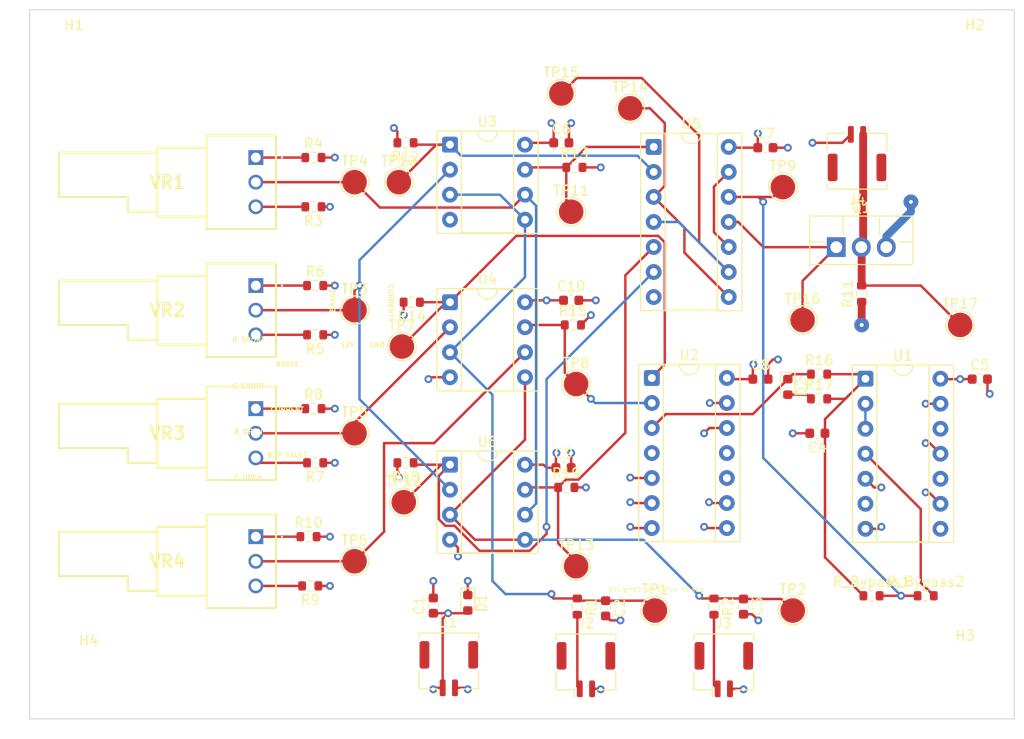
<source format=kicad_pcb>
(kicad_pcb (version 20241229) (generator "pcbnew") (generator_version "9.0")
  (layers (0 "F.Cu" jumper) (4 "In1.Cu" signal) (6 "In2.Cu" signal) (2 "B.Cu" signal) (13 "F.Paste" user) (15 "B.Paste" user) (5 "F.SilkS" user "F.Silkscreen") (7 "B.SilkS" user "B.Silkscreen") (1 "F.Mask" user) (3 "B.Mask" user) (25 "Edge.Cuts" user))
  (net 0 "")
  (net 1 "PEDAL")
  (net 2 "GND")
  (net 3 "Net-(C4-Pad1)")
  (net 4 "Net-(D2-A)")
  (net 5 "Net-(D2-K)")
  (net 6 "Net-(J2-Pin_1)")
  (net 7 "Net-(J3-Pin_1)")
  (net 8 "BSPD_FAULT")
  (net 9 "FAULT_SENSED")
  (net 10 "+12V")
  (net 11 "BRAKE")
  (net 12 "Net-(VR1-CW)")
  (net 13 "Net-(VR1-CCW)")
  (net 14 "Net-(VR2-CW)")
  (net 15 "Net-(VR2-CCW)")
  (net 16 "Net-(VR3-CW)")
  (net 17 "Net-(VR3-CCW)")
  (net 18 "Net-(VR4-CW)")
  (net 19 "Net-(VR4-CCW)")
  (net 20 "BRAKE_SHORT")
  (net 21 "BRAKE_OPEN")
  (net 22 "BRAKE_APPLIED")
  (net 23 "PEDAL_APPLIED")
  (net 24 "PEDAL_SHORT")
  (net 25 "PEDAL_OPEN")
  (net 26 "BOTH_ON")
  (net 27 "SHORT_CIRCUIT")
  (net 28 "OPEN_CIRCUIT")
  (net 29 "BRAKE_THRESHOLD")
  (net 30 "PEDAL_THRESHOLD")
  (net 31 "BRAKE_ERROR")
  (net 32 "PEDAL_ERROR")
  (net 37 "Net-(U1-Pad2)")
  (net 41 "Net-(U5-Pad10)")
  (net 42 "Net-(R_Bypass2-Pad2)")
  (footprint "Package_DIP:DIP-8_W7.62mm_Socket" (layer "F.Cu") (at 153.69 69.69)
    (property "Reference" "U4")
    (property "Value" "LM393")
  )
  (footprint "TestPoint:TestPoint_Pad_D2.5mm" (layer "F.Cu") (at 148.5 57.5)
    (property "Reference" "TP10")
    (property "Value" "B_SHORT")
  )
  (footprint "TestPoint:TestPoint_Pad_D2.5mm" (layer "F.Cu") (at 174.5 101)
    (property "Reference" "TP1")
    (property "Value" "BRAKE")
  )
  (footprint "Resistor_SMD:R_0603_1608Metric" (layer "F.Cu") (at 149.175 53.5 180)
    (property "Reference" "R12")
    (property "Value" "20k")
  )
  (footprint "Capacitor_SMD:C_0603_1608Metric" (layer "F.Cu") (at 185.725 54)
    (property "Reference" "C7")
    (property "Value" "0.1u")
  )
  (footprint "Capacitor_SMD:C_0603_1608Metric" (layer "F.Cu") (at 165.225 86.5)
    (property "Reference" "C9")
    (property "Value" "0.1u")
  )
  (footprint "MountingHole:MountingHole_3mm" (layer "F.Cu") (at 117 108)
    (property "Reference" "H4")
    (property "Value" "MH")
  )
  (footprint "TestPoint:TestPoint_Pad_D2.5mm" (layer "F.Cu") (at 165 48.5)
    (property "Reference" "TP15")
    (property "Value" "P_ERROR")
  )
  (footprint "Diode_SMD:D_0603_1608Metric" (layer "F.Cu") (at 155.5 100.2125 -90)
    (property "Reference" "D1")
    (property "Value" "D")
  )
  (footprint "Resistor_SMD:R_0603_1608Metric" (layer "F.Cu") (at 180.5 100.6 -90)
    (property "Reference" "R2")
    (property "Value" "1k")
  )
  (footprint "Resistor_SMD:R_0603_1608Metric" (layer "F.Cu") (at 166.175 72)
    (property "Reference" "R15")
    (property "Value" "20k")
  )
  (footprint "MountingHole:MountingHole_3mm" (layer "F.Cu") (at 206 107.5)
    (property "Reference" "H3")
    (property "Value" "MH")
  )
  (footprint "Capacitor_SMD:C_0603_1608Metric" (layer "F.Cu") (at 191 83 180)
    (property "Reference" "C4")
    (property "Value" "3.3u")
  )
  (footprint "Capacitor_SMD:C_0603_1608Metric" (layer "F.Cu") (at 169.5 100.775 -90)
    (property "Reference" "C2")
    (property "Value" "1n")
  )
  (footprint "Package_DIP:DIP-8_W7.62mm_Socket" (layer "F.Cu") (at 153.69 86.19)
    (property "Reference" "U6")
    (property "Value" "LM393")
  )
  (footprint "Potentiometer_THT:PTD9011015FB203" (layer "F.Cu") (at 133.975 93.5 180)
    (property "Reference" "VR4")
    (property "Value" "PTD901-1015F-B203" (hide yes))
  )
  (footprint "TestPoint:TestPoint_Pad_D2.5mm" (layer "F.Cu") (at 144 57.5)
    (property "Reference" "TP4")
    (property "Value" "OC")
  )
  (footprint "TestPoint:TestPoint_Pad_D2.5mm" (layer "F.Cu") (at 166 60.5)
    (property "Reference" "TP11")
    (property "Value" "B_OPEN")
  )
  (footprint "Capacitor_SMD:C_0603_1608Metric" (layer "F.Cu") (at 166 69.5)
    (property "Reference" "C10")
    (property "Value" "0.1u")
  )
  (footprint "TestPoint:TestPoint_Pad_D2.5mm" (layer "F.Cu") (at 172 50)
    (property "Reference" "TP14")
    (property "Value" "B_ERROR")
  )
  (footprint "Connector_Molex:Molex_CLIK-Mate_502382-0270_1x02-1MP_P1.25mm_Vertical" (layer "F.Cu") (at 195.025 54.6 180)
    (property "Reference" "J4")
    (property "Value" "Conn_01x02")
  )
  (footprint "MountingHole:MountingHole_3mm" (layer "F.Cu") (at 115.5 45.5)
    (property "Reference" "H1")
    (property "Value" "MH")
  )
  (footprint "TestPoint:TestPoint_Pad_D2.5mm" (layer "F.Cu") (at 187.5 58)
    (property "Reference" "TP9")
    (property "Value" "BOTH_ON")
  )
  (footprint "TestPoint:TestPoint_Pad_D2.5mm" (layer "F.Cu") (at 205.5 72)
    (property "Reference" "TP17")
    (property "Value" "BSPD_FAULT")
  )
  (footprint "TestPoint:TestPoint_Pad_D2.5mm" (layer "F.Cu") (at 189.5 71.5)
    (property "Reference" "TP16")
    (property "Value" "FAULT_SENSED")
  )
  (footprint "Resistor_SMD:R_0603_1608Metric" (layer "F.Cu") (at 149.81 69.69 180)
    (property "Reference" "R14")
    (property "Value" "20k")
  )
  (footprint "Connector_Molex:Molex_CLIK-Mate_502382-0270_1x02-1MP_P1.25mm_Vertical" (layer "F.Cu") (at 153.575 106.9)
    (property "Reference" "J1")
    (property "Value" "Conn_01x02")
  )
  (footprint "TestPoint:TestPoint_Pad_D2.5mm" (layer "F.Cu") (at 144 96)
    (property "Reference" "TP6")
    (property "Value" "PEDAL_TH")
  )
  (footprint "TestPoint:TestPoint_Pad_D2.5mm" (layer "F.Cu") (at 166.5 96.5)
    (property "Reference" "TP13")
    (property "Value" "P_OPEN")
  )
  (footprint "Resistor_SMD:R_0603_1608Metric" (layer "F.Cu") (at 195.5 68.825 90)
    (property "Reference" "R11")
    (property "Value" "10k")
  )
  (footprint "TestPoint:TestPoint_Pad_D2.5mm" (layer "F.Cu") (at 148.81 74.19)
    (property "Reference" "TP7")
    (property "Value" "B_APPLIED")
  )
  (footprint "Resistor_SMD:R_0603_1608Metric" (layer "F.Cu") (at 191.175 77)
    (property "Reference" "R16")
    (property "Value" "120k")
  )
  (footprint "Resistor_SMD:R_0603_1608Metric" (layer "F.Cu") (at 139.825 80.5)
    (property "Reference" "R8")
    (property "Value" "10K")
  )
  (footprint "Package_DIP:DIP-14_W7.62mm_Socket" (layer "F.Cu") (at 174.19 77.385)
    (property "Reference" "U2")
    (property "Value" "4081 AND Gate")
  )
  (footprint "MountingHole:MountingHole_3mm" (layer "F.Cu") (at 207 45.5)
    (property "Reference" "H2")
    (property "Value" "MH")
  )
  (footprint "Connector_Molex:Molex_CLIK-Mate_502382-0270_1x02-1MP_P1.25mm_Vertical" (layer "F.Cu") (at 167.5 107)
    (property "Reference" "J2")
    (property "Value" "Conn_01x02")
  )
  (footprint "TestPoint:TestPoint_Pad_D2.5mm" (layer "F.Cu") (at 144 83)
    (property "Reference" "TP5")
    (property "Value" "BRAKE_TH")
  )
  (footprint "Potentiometer_THT:PTD9011015FB203" (layer "F.Cu") (at 133.975 80.5 180)
    (property "Reference" "VR3")
    (property "Value" "PTD901-1015F-B203" (hide yes))
  )
  (footprint "Potentiometer_THT:PTD9011015FB203" (layer "F.Cu") (at 133.975 55 180)
    (property "Reference" "VR1")
    (property "Value" "PTD901-1015F-B203" (hide yes))
  )
  (footprint "Resistor_SMD:R_0603_1608Metric" (layer "F.Cu") (at 196.5 99.5)
    (property "Reference" "R_Bypass1")
    (property "Value" "0")
  )
  (footprint "Package_DIP:DIP-14_W7.62mm_Socket" (layer "F.Cu") (at 195.88 77.46)
    (property "Reference" "U1")
    (property "Value" "40106")
  )
  (footprint "Capacitor_SMD:C_0603_1608Metric" (layer "F.Cu") (at 185.225 77.5)
    (property "Reference" "C8")
    (property "Value" "0.1u")
  )
  (footprint "Resistor_SMD:R_0603_1608Metric" (layer "F.Cu") (at 165.5 88.5)
    (property "Reference" "R19")
    (property "Value" "20k")
  )
  (footprint "Resistor_SMD:R_0603_1608Metric" (layer "F.Cu") (at 191.175 79.5)
    (property "Reference" "R17")
    (property "Value" "1k")
  )
  (footprint "Potentiometer_THT:PTD9011015FB203" (layer "F.Cu") (at 133.975 68 180)
    (property "Reference" "VR2")
    (property "Value" "PTD901-1015F-B203" (hide yes))
  )
  (footprint "Resistor_SMD:R_0603_1608Metric" (layer "F.Cu") (at 140 68)
    (property "Reference" "R6")
    (property "Value" "10K")
  )
  (footprint "Connector_Molex:Molex_CLIK-Mate_502382-0270_1x02-1MP_P1.25mm_Vertical" (layer "F.Cu") (at 181.5 107)
    (property "Reference" "J3")
    (property "Value" "Conn_01x02")
  )
  (footprint "Resistor_SMD:R_0603_1608Metric" (layer "F.Cu") (at 139.5 98.5 180)
    (property "Reference" "R9")
    (property "Value" "10K")
  )
  (footprint "Capacitor_SMD:C_0603_1608Metric" (layer "F.Cu") (at 152 100.5 90)
    (property "Reference" "C1")
    (property "Value" "10u")
  )
  (footprint "Resistor_SMD:R_0603_1608Metric" (layer "F.Cu") (at 139.325 93.5)
    (property "Reference" "R10")
    (property "Value" "10K")
  )
  (footprint "Resistor_SMD:R_0603_1608Metric" (layer "F.Cu") (at 202 99.5)
    (property "Reference" "R_Bypass2")
    (property "Value" "0")
  )
  (footprint "Package_TO_SOT_THT:TO-220F-3_Vertical" (layer "F.Cu") (at 192.92 64.1)
    (property "Reference" "Q1")
    (property "Value" "IRLIZ44N NMOS")
  )
  (footprint "Resistor_SMD:R_0603_1608Metric" (layer "F.Cu") (at 140 73 180)
    (property "Reference" "R5")
    (property "Value" "10K")
  )
  (footprint "TestPoint:TestPoint_Pad_D2.5mm" (layer "F.Cu") (at 188.5 101)
    (property "Reference" "TP2")
    (property "Value" "PEDAL")
  )
  (footprint "Resistor_SMD:R_0603_1608Metric" (layer "F.Cu") (at 166.325 56)
    (property "Reference" "R13")
    (property "Value" "20k")
  )
  (footprint "Package_DIP:DIP-8_W7.62mm_Socket" (layer "F.Cu") (at 153.69 53.69)
    (property "Reference" "U3")
    (property "Value" "LM393")
  )
  (footprint "Diode_SMD:D_0603_1608Metric" (layer "F.Cu") (at 188 78.2875 -90)
    (property "Reference" "D2")
    (property "Value" "D")
  )
  (footprint "Package_DIP:DIP-14_W7.62mm_Socket" (layer "F.Cu") (at 174.38 53.92)
    (property "Reference" "U5")
    (property "Value" "4071 OR")
  )
  (footprint "Resistor_SMD:R_0603_1608Metric" (layer "F.Cu") (at 139.825 60 180)
    (property "Reference" "R3")
    (property "Value" "10K")
  )
  (footprint "Resistor_SMD:R_0603_1608Metric" (layer "F.Cu") (at 166.625 100.6 -90)
    (property "Reference" "R1")
    (property "Value" "1k")
  )
  (footprint "TestPoint:TestPoint_Pad_D2.5mm" (layer "F.Cu") (at 144 70.5)
    (property "Reference" "TP3")
    (property "Value" "SC")
  )
  (footprint "TestPoint:TestPoint_Pad_D2.5mm" (layer "F.Cu") (at 166.5 78)
    (property "Reference" "TP8")
    (property "Value" "P_APPLIED")
  )
  (footprint "Resistor_SMD:R_0603_1608Metric" (layer "F.Cu") (at 149.175 86 180)
    (property "Reference" "R18")
    (property "Value" "20k")
  )
  (footprint "Capacitor_SMD:C_0603_1608Metric" (layer "F.Cu") (at 183.5 100.6 -90)
    (property "Reference" "C3")
    (property "Value" "1n")
  )
  (footprint "Resistor_SMD:R_0603_1608Metric" (layer "F.Cu") (at 140 86 180)
    (property "Reference" "R7")
    (property "Value" "10K")
  )
  (footprint "Resistor_SMD:R_0603_1608Metric" (layer "F.Cu") (at 139.825 55)
    (property "Reference" "R4")
    (property "Value" "10K")
  )
  (footprint "TestPoint:TestPoint_Pad_D2.5mm" (layer "F.Cu") (at 149 90)
    (property "Reference" "TP12")
    (property "Value" "P_SHORT")
  )
  (footprint "Capacitor_SMD:C_0603_1608Metric" (layer "F.Cu") (at 207.5 77.5)
    (property "Reference" "C5")
    (property "Value" "0.1u")
  )
  (footprint "Capacitor_SMD:C_0603_1608Metric" (layer "F.Cu") (at 165 53.5)
    (property "Reference" "C6")
    (property "Value" "0.1u")
  )
  (gr_rect (start 111 40) (end 211 112) (stroke (width 0.1)) (fill no) (layer "Edge.Cuts"))
  (gr_text "C OPEN" (at 131.67 87.8 0) (layer "F.SilkS") (effects (font (size 0.5 0.5) (thickness 0.1) (bold yes)) (justify left bottom)))
  (gr_text "B OPEN" (at 131.72 83.13 0) (layer "F.SilkS") (effects (font (size 0.5 0.5) (thickness 0.1) (bold yes)) (justify left bottom)))
  (gr_text "CURRENT" (at 135.41 80.89 0) (layer "F.SilkS") (effects (font (size 0.5 0.5) (thickness 0.1) (bold yes)) (justify left bottom)))
  (gr_text "CURRENT" (at 147.39 67.77 -90) (layer "F.SilkS") (effects (font (size 0.5 0.5) (thickness 0.1) (bold yes)) (justify left bottom)))
  (gr_text "BRAKE" (at 135.94 76.27 0) (layer "F.SilkS") (effects (font (size 0.5 0.5) (thickness 0.1) (bold yes)) (justify left bottom)))
  (gr_text "B SHORT" (at 131.53 73.8 0) (layer "F.SilkS") (effects (font (size 0.5 0.5) (thickness 0.1) (bold yes)) (justify left bottom)))
  (gr_text "C SHORT" (at 131.53 78.51 0) (layer "F.SilkS") (effects (font (size 0.5 0.5) (thickness 0.1) (bold yes)) (justify left bottom)))
  (gr_text "BRAKE" (at 142.07 70.78 90) (layer "F.SilkS") (effects (font (size 0.5 0.5) (thickness 0.1) (bold yes)) (justify left bottom)))
  (gr_text "B/P FAULT" (at 135.06 85.52 0) (layer "F.SilkS") (effects (font (size 0.5 0.5) (thickness 0.1) (bold yes)) (justify left bottom)))
  (gr_text "GND" (at 145.47 74.33 0) (layer "F.SilkS") (effects (font (size 0.5 0.5) (thickness 0.1) (bold yes)) (justify left bottom)))
  (gr_text "12V" (at 142.54 74.33 0) (layer "F.SilkS") (effects (font (size 0.5 0.5) (thickness 0.1) (bold yes)) (justify left bottom)))
  (gr_text "designed by Eaton Huang" (at 169.76 99.12 0) (layer "F.SilkS") (effects (font (size 0.5 0.5) (thickness 0.0625)) (justify left bottom)))
  (segment (start 183.5 99.825) (end 187.325 99.825) (width 0.25) (layer "F.Cu") (net 1))
  (segment (start 179.275 99.775) (end 179 99.5) (width 0.25) (layer "F.Cu") (net 1))
  (segment (start 180.5 99.775) (end 179.275 99.775) (width 0.25) (layer "F.Cu") (net 1))
  (segment (start 161.31 93.81) (end 156.23 93.81) (width 0.25) (layer "F.Cu") (net 1))
  (segment (start 156.23 93.81) (end 153.69 91.27) (width 0.25) (layer "F.Cu") (net 1))
  (segment (start 183.45 99.775) (end 183.5 99.825) (width 0.25) (layer "F.Cu") (net 1))
  (segment (start 153.69 91.27) (end 161.31 83.65) (width 0.25) (layer "F.Cu") (net 1))
  (segment (start 161.31 83.65) (end 161.31 77.31) (width 0.25) (layer "F.Cu") (net 1))
  (segment (start 180.5 99.775) (end 183.45 99.775) (width 0.25) (layer "F.Cu") (net 1))
  (segment (start 187.325 99.825) (end 188.5 101) (width 0.25) (layer "F.Cu") (net 1))
  (via (at 179 99.5) (size 0.8) (drill 0.4) (layers "F.Cu" "B.Cu") (net 1))
  (segment (start 173.31 93.81) (end 161.31 93.81) (width 0.25) (layer "B.Cu") (net 1))
  (segment (start 179 99.5) (end 173.31 93.81) (width 0.25) (layer "B.Cu") (net 1))
  (segment (start 203.5 90.16) (end 202.34 89) (width 0.25) (layer "F.Cu") (net 2))
  (segment (start 172.045 87.545) (end 172 87.5) (width 0.25) (layer "F.Cu") (net 2))
  (segment (start 155.5 99.425) (end 155.5 98) (width 0.25) (layer "F.Cu") (net 2))
  (segment (start 196.76 88.5) (end 197.5 88.5) (width 0.25) (layer "F.Cu") (net 2))
  (segment (start 203.5 85.08) (end 202.42 84) (width 0.25) (layer "F.Cu") (net 2))
  (segment (start 208.275 77.5) (end 208.275 78.775) (width 0.25) (layer "F.Cu") (net 2))
  (segment (start 140.15 93.5) (end 141.5 93.5) (width 0.25) (layer "F.Cu") (net 2))
  (segment (start 194.4 52.65) (end 193.55 53.5) (width 0.25) (layer "F.Cu") (net 2))
  (segment (start 193.55 53.5) (end 190.5 53.5) (width 0.25) (layer "F.Cu") (net 2))
  (segment (start 169.55 101.55) (end 170 102) (width 0.25) (layer "F.Cu") (net 2))
  (segment (start 190.225 83) (end 188.5 83) (width 0.25) (layer "F.Cu") (net 2))
  (segment (start 208.275 78.775) (end 208.5 79) (width 0.25) (layer "F.Cu") (net 2))
  (segment (start 186.5 75.5) (end 187 75.5) (width 0.25) (layer "F.Cu") (net 2))
  (segment (start 174.19 92.625) (end 172.125 92.625) (width 0.25) (layer "F.Cu") (net 2))
  (segment (start 195.88 87.62) (end 196 87.5) (width 0.25) (layer "F.Cu") (net 2))
  (segment (start 153.69 77.31) (end 151.69 77.31) (width 0.25) (layer "F.Cu") (net 2))
  (segment (start 182.125 108.95) (end 183.45 108.95) (width 0.25) (layer "F.Cu") (net 2))
  (segment (start 181.81 90.085) (end 180.085 90.085) (width 0.25) (layer "F.Cu") (net 2))
  (segment (start 152 99.725) (end 152 98) (width 0.25) (layer "F.Cu") (net 2))
  (segment (start 203.5 80) (end 202 80) (width 0.25) (layer "F.Cu") (net 2))
  (segment (start 169.5 101.55) (end 169.55 101.55) (width 0.25) (layer "F.Cu") (net 2))
  (segment (start 166 86.5) (end 166 85) (width 0.25) (layer "F.Cu") (net 2))
  (segment (start 155.35 108.85) (end 155.5 109) (width 0.25) (layer "F.Cu") (net 2))
  (segment (start 197.3 92.7) (end 197.5 92.5) (width 0.25) (layer "F.Cu") (net 2))
  (segment (start 154.2 108.85) (end 155.35 108.85) (width 0.25) (layer "F.Cu") (net 2))
  (segment (start 186.5 54) (end 188 54) (width 0.25) (layer "F.Cu") (net 2))
  (segment (start 154.5 94.62) (end 154.5 95.5) (width 0.25) (layer "F.Cu") (net 2))
  (segment (start 202.42 84) (end 202 84) (width 0.25) (layer "F.Cu") (net 2))
  (segment (start 196 87.5) (end 196 87.74) (width 0.25) (layer "F.Cu") (net 2))
  (segment (start 165.775 51.725) (end 166 51.5) (width 0.25) (layer "F.Cu") (net 2))
  (segment (start 195.88 92.7) (end 197.3 92.7) (width 0.25) (layer "F.Cu") (net 2))
  (segment (start 140.65 55) (end 142 55) (width 0.25) (layer "F.Cu") (net 2))
  (segment (start 153.69 93.81) (end 154.5 94.62) (width 0.25) (layer "F.Cu") (net 2))
  (segment (start 166.775 69.5) (end 168.5 69.5) (width 0.25) (layer "F.Cu") (net 2))
  (segment (start 151.69 77.31) (end 151.5 77.5) (width 0.25) (layer "F.Cu") (net 2))
  (segment (start 172 90) (end 172.085 90.085) (width 0.25) (layer "F.Cu") (net 2))
  (segment (start 186 77.5) (end 186 76) (width 0.25) (layer "F.Cu") (net 2))
  (segment (start 172.125 92.625) (end 172 92.5) (width 0.25) (layer "F.Cu") (net 2))
  (segment (start 181.81 79.925) (end 180.075 79.925) (width 0.25) (layer "F.Cu") (net 2))
  (segment (start 181.81 82.465) (end 180.035 82.465) (width 0.25) (layer "F.Cu") (net 2))
  (segment (start 184.375 101.375) (end 185 102) (width 0.25) (layer "F.Cu") (net 2))
  (segment (start 174.19 90.085) (end 172.085 90.085) (width 0.25) (layer "F.Cu") (net 2))
  (segment (start 180.085 90.085) (end 180 90) (width 0.25) (layer "F.Cu") (net 2))
  (segment (start 140.65 80.5) (end 142 80.5) (width 0.25) (layer "F.Cu") (net 2))
  (segment (start 170 102) (end 171 102) (width 0.25) (layer "F.Cu") (net 2))
  (segment (start 196 87.74) (end 196.76 88.5) (width 0.25) (layer "F.Cu") (net 2))
  (segment (start 181.81 92.625) (end 179.625 92.625) (width 0.25) (layer "F.Cu") (net 2))
  (segment (start 174.19 87.545) (end 172.045 87.545) (width 0.25) (layer "F.Cu") (net 2))
  (segment (start 186 76) (end 186.5 75.5) (width 0.25) (layer "F.Cu") (net 2))
  (segment (start 165.775 53.5) (end 165.775 51.725) (width 0.25) (layer "F.Cu") (net 2))
  (segment (start 183.5 109) (end 183.45 108.95) (width 0.25) (layer "F.Cu") (net 2))
  (segment (start 168.125 108.95) (end 168.95 108.95) (width 0.25) (layer "F.Cu") (net 2))
  (segment (start 179.5 92.5) (end 179.625 92.625) (width 0.25) (layer "F.Cu") (net 2))
  (segment (start 168.95 108.95) (end 169 109) (width 0.25) (layer "F.Cu") (net 2))
  (segment (start 183.5 101.375) (end 184.375 101.375) (width 0.25) (layer "F.Cu") (net 2))
  (segment (start 140.825 68) (end 142 68) (width 0.25) (layer "F.Cu") (net 2))
  (segment (start 202.34 89) (end 202 89) (width 0.25) (layer "F.Cu") (net 2))
  (segment (start 180.035 82.465) (end 179.5 83) (width 0.25) (layer "F.Cu") (net 2))
  (via (at 141.5 93.5) (size 0.8) (drill 0.4) (layers "F.Cu" "B.Cu") (net 2))
  (via (at 166 51.5) (size 0.8) (drill 0.4) (layers "F.Cu" "B.Cu") (net 2))
  (via (at 155.5 98) (size 0.8) (drill 0.4) (layers "F.Cu" "B.Cu") (net 2))
  (via (at 172 90) (size 0.8) (drill 0.4) (layers "F.Cu" "B.Cu") (net 2))
  (via (at 183.5 109) (size 0.8) (drill 0.4) (layers "F.Cu" "B.Cu") (net 2))
  (via (at 142 68) (size 0.8) (drill 0.4) (layers "F.Cu" "B.Cu") (net 2))
  (via (at 190.5 53.5) (size 0.8) (drill 0.4) (layers "F.Cu" "B.Cu") (net 2))
  (via (at 155.5 109) (size 0.8) (drill 0.4) (layers "F.Cu" "B.Cu") (net 2))
  (via (at 179.5 92.5) (size 0.8) (drill 0.4) (layers "F.Cu" "B.Cu") (net 2))
  (via (at 200.5 59.5) (size 1.5) (drill 0.4) (layers "F.Cu" "B.Cu") (net 2))
  (via (at 187 75.5) (size 0.8) (drill 0.4) (layers "F.Cu" "B.Cu") (net 2))
  (via (at 172 92.5) (size 0.8) (drill 0.4) (layers "F.Cu" "B.Cu") (net 2))
  (via (at 197.5 88.5) (size 0.8) (drill 0.4) (layers "F.Cu" "B.Cu") (net 2))
  (via (at 188 54) (size 0.8) (drill 0.4) (layers "F.Cu" "B.Cu") (net 2))
  (via (at 171 102) (size 0.8) (drill 0.4) (layers "F.Cu" "B.Cu") (net 2))
  (via (at 208.5 79) (size 0.8) (drill 0.4) (layers "F.Cu" "B.Cu") (net 2))
  (via (at 180 90) (size 0.8) (drill 0.4) (layers "F.Cu" "B.Cu") (net 2))
  (via (at 142 80.5) (size 0.8) (drill 0.4) (layers "F.Cu" "B.Cu") (net 2))
  (via (at 172 87.5) (size 0.8) (drill 0.4) (layers "F.Cu" "B.Cu") (net 2))
  (via (at 179.5 83) (size 0.8) (drill 0.4) (layers "F.Cu" "B.Cu") (net 2))
  (via (at 188.5 83) (size 0.8) (drill 0.4) (layers "F.Cu" "B.Cu") (net 2))
  (via (at 202 84) (size 0.8) (drill 0.4) (layers "F.Cu" "B.Cu") (net 2))
  (via (at 142 55) (size 0.8) (drill 0.4) (layers "F.Cu" "B.Cu") (net 2))
  (via (at 152 98) (size 0.8) (drill 0.4) (layers "F.Cu" "B.Cu") (net 2))
  (via (at 154.5 95.5) (size 0.8) (drill 0.4) (layers "F.Cu" "B.Cu") (net 2))
  (via (at 168.5 69.5) (size 0.8) (drill 0.4) (layers "F.Cu" "B.Cu") (net 2))
  (via (at 151.5 77.5) (size 0.8) (drill 0.4) (layers "F.Cu" "B.Cu") (net 2))
  (via (at 197.5 92.5) (size 0.8) (drill 0.4) (layers "F.Cu" "B.Cu") (net 2))
  (via (at 166 85) (size 0.8) (drill 0.4) (layers "F.Cu" "B.Cu") (net 2))
  (via (at 202 80) (size 0.8) (drill 0.4) (layers "F.Cu" "B.Cu") (net 2))
  (via (at 180.075 79.925) (size 0.8) (drill 0.4) (layers "F.Cu" "B.Cu") (net 2))
  (via (at 202 89) (size 0.8) (drill 0.4) (layers "F.Cu" "B.Cu") (net 2))
  (via (at 185 102) (size 0.8) (drill 0.4) (layers "F.Cu" "B.Cu") (net 2))
  (via (at 169 109) (size 0.8) (drill 0.4) (layers "F.Cu" "B.Cu") (net 2))
  (segment (start 200.5 60.5) (end 198 63) (width 0.8) (layer "B.Cu") (net 2))
  (segment (start 200.5 59.5) (end 200.5 60.5) (width 0.8) (layer "B.Cu") (net 2))
  (segment (start 198 63) (end 198 64.1) (width 0.8) (layer "B.Cu") (net 2))
  (segment (start 191.775 81.565) (end 194.17 79.17) (width 0.25) (layer "F.Cu") (net 3))
  (segment (start 191.775 83) (end 191.775 81.565) (width 0.25) (layer "F.Cu") (net 3))
  (segment (start 192 77) (end 195.42 77) (width 0.25) (layer "F.Cu") (net 3))
  (segment (start 194.17 79.17) (end 195.88 77.46) (width 0.25) (layer "F.Cu") (net 3))
  (segment (start 192 79.5) (end 193.84 79.5) (width 0.25) (layer "F.Cu") (net 3))
  (segment (start 193.84 79.5) (end 194.17 79.17) (width 0.25) (layer "F.Cu") (net 3))
  (segment (start 195.42 77) (end 195.88 77.46) (width 0.25) (layer "F.Cu") (net 3))
  (segment (start 191.775 95.6) (end 191.775 83) (width 0.25) (layer "F.Cu") (net 3))
  (segment (start 195.675 99.5) (end 191.775 95.6) (width 0.25) (layer "F.Cu") (net 3))
  (segment (start 188 79.075) (end 189.925 79.075) (width 0.25) (layer "F.Cu") (net 4))
  (segment (start 189.925 79.075) (end 190.35 79.5) (width 0.25) (layer "F.Cu") (net 4))
  (segment (start 188.5 77) (end 188 77.5) (width 0.25) (layer "F.Cu") (net 5))
  (segment (start 175.604 81.051) (end 184.449 81.051) (width 0.25) (layer "F.Cu") (net 5))
  (segment (start 174.19 82.465) (end 175.604 81.051) (width 0.25) (layer "F.Cu") (net 5))
  (segment (start 184.449 81.051) (end 188 77.5) (width 0.25) (layer "F.Cu") (net 5))
  (segment (start 190.35 77) (end 188.5 77) (width 0.25) (layer "F.Cu") (net 5))
  (segment (start 166.625 101.425) (end 166.625 108.7) (width 0.25) (layer "F.Cu") (net 6))
  (segment (start 166.625 108.7) (end 166.875 108.95) (width 0.25) (layer "F.Cu") (net 6))
  (segment (start 180.5 101.425) (end 180.5 108.575) (width 0.25) (layer "F.Cu") (net 7))
  (segment (start 180.5 108.575) (end 180.875 108.95) (width 0.25) (layer "F.Cu") (net 7))
  (segment (start 195.65 63.91) (end 195.46 64.1) (width 0.25) (layer "F.Cu") (net 8))
  (segment (start 205.5 72) (end 201.5 68) (width 0.25) (layer "F.Cu") (net 8))
  (segment (start 195.5 64.14) (end 195.46 64.1) (width 0.25) (layer "F.Cu") (net 8))
  (segment (start 195.65 52.65) (end 195.65 63.91) (width 0.8) (layer "F.Cu") (net 8))
  (segment (start 195.5 68) (end 195.5 64.14) (width 0.8) (layer "F.Cu") (net 8))
  (segment (start 201.5 68) (end 195.5 68) (width 0.25) (layer "F.Cu") (net 8))
  (segment (start 189.5 67.52) (end 192.92 64.1) (width 0.25) (layer "F.Cu") (net 9))
  (segment (start 185.52 64.1) (end 192.92 64.1) (width 0.25) (layer "F.Cu") (net 9))
  (segment (start 182 61.54) (end 182.96 61.54) (width 0.25) (layer "F.Cu") (net 9))
  (segment (start 182.96 61.54) (end 185.52 64.1) (width 0.25) (layer "F.Cu") (net 9))
  (segment (start 189.5 71.5) (end 189.5 67.52) (width 0.25) (layer "F.Cu") (net 9))
  (segment (start 148.35 53.5) (end 148.35 52.35) (width 0.25) (layer "F.Cu") (net 10))
  (segment (start 184.95 54) (end 184.95 52.55) (width 0.25) (layer "F.Cu") (net 10))
  (segment (start 163.19 86.19) (end 161.31 86.19) (width 0.25) (layer "F.Cu") (net 10))
  (segment (start 148.5 87.5) (end 148.5 87) (width 0.25) (layer "F.Cu") (net 10))
  (segment (start 152.95 101.825) (end 153.5 101.275) (width 0.25) (layer "F.Cu") (net 10))
  (segment (start 152.95 108.85) (end 152.15 108.85) (width 0.25) (layer "F.Cu") (net 10))
  (segment (start 182.08 54) (end 182 53.92) (width 0.25) (layer "F.Cu") (net 10))
  (segment (start 195.5 69.65) (end 195.5 72) (width 0.8) (layer "F.Cu") (net 10))
  (segment (start 164.45 86.5) (end 164.45 85.05) (width 0.25) (layer "F.Cu") (net 10))
  (segment (start 149 70.5) (end 149 71) (width 0.25) (layer "F.Cu") (net 10))
  (segment (start 164.45 85.05) (end 164.5 85) (width 0.25) (layer "F.Cu") (net 10))
  (segment (start 181.925 77.5) (end 181.81 77.385) (width 0.25) (layer "F.Cu") (net 10))
  (segment (start 148.35 52.35) (end 148 52) (width 0.25) (layer "F.Cu") (net 10))
  (segment (start 148.35 86.85) (end 148.35 86) (width 0.25) (layer "F.Cu") (net 10))
  (segment (start 161.5 53.5) (end 161.31 53.69) (width 0.25) (layer "F.Cu") (net 10))
  (segment (start 164.225 53.5) (end 161.5 53.5) (width 0.25) (layer "F.Cu") (net 10))
  (segment (start 155.225 101.275) (end 155.5 101) (width 0.25) (layer "F.Cu") (net 10))
  (segment (start 152.95 108.85) (end 152.95 101.825) (width 0.25) (layer "F.Cu") (net 10))
  (segment (start 161.5 69.5) (end 161.31 69.69) (width 0.25) (layer "F.Cu") (net 10))
  (segment (start 167 72) (end 168 71) (width 0.25) (layer "F.Cu") (net 10))
  (segment (start 163.5 86.5) (end 163.19 86.19) (width 0.25) (layer "F.Cu") (net 10))
  (segment (start 148.985 69.69) (end 148.985 70.485) (width 0.25) (layer "F.Cu") (net 10))
  (segment (start 203.54 77.5) (end 203.5 77.46) (width 0.25) (layer "F.Cu") (net 10))
  (segment (start 184.45 77.5) (end 181.925 77.5) (width 0.25) (layer "F.Cu") (net 10))
  (segment (start 163.5 69.5) (end 161.5 69.5) (width 0.25) (layer "F.Cu") (net 10))
  (segment (start 184.45 76.05) (end 184.5 76) (width 0.25) (layer "F.Cu") (net 10))
  (segment (start 206.725 77.5) (end 205.5 77.5) (width 0.25) (layer "F.Cu") (net 10))
  (segment (start 140.325 98.5) (end 141.5 98.5) (width 0.25) (layer "F.Cu") (net 10))
  (segment (start 148.5 87) (end 148.35 86.85) (width 0.25) (layer "F.Cu") (net 10))
  (segment (start 184.45 77.5) (end 184.45 76.05) (width 0.25) (layer "F.Cu") (net 10))
  (segment (start 140.825 86) (end 142 86) (width 0.25) (layer "F.Cu") (net 10))
  (segment (start 205.5 77.5) (end 203.54 77.5) (width 0.25) (layer "F.Cu") (net 10))
  (segment (start 164.45 86.5) (end 163.5 86.5) (width 0.25) (layer "F.Cu") (net 10))
  (segment (start 140.65 60) (end 141.5 60) (width 0.25) (layer "F.Cu") (net 10))
  (segment (start 148.985 70.485) (end 149 70.5) (width 0.25) (layer "F.Cu") (net 10))
  (segment (start 140.825 73) (end 142 73) (width 0.25) (layer "F.Cu") (net 10))
  (segment (start 153.5 101.275) (end 155.225 101.275) (width 0.25) (layer "F.Cu") (net 10))
  (segment (start 165.225 69.5) (end 163.5 69.5) (width 0.25) (layer "F.Cu") (net 10))
  (segment (start 164.225 53.5) (end 164.225 51.725) (width 0.25) (layer "F.Cu") (net 10))
  (segment (start 184.95 54) (end 182.08 54) (width 0.25) (layer "F.Cu") (net 10))
  (segment (start 152 101.275) (end 153.5 101.275) (width 0.25) (layer "F.Cu") (net 10))
  (segment (start 152.15 108.85) (end 152 109) (width 0.25) (layer "F.Cu") (net 10))
  (segment (start 166.325 88.5) (end 167.5 88.5) (width 0.25) (layer "F.Cu") (net 10))
  (segment (start 164.225 51.725) (end 164 51.5) (width 0.25) (layer "F.Cu") (net 10))
  (segment (start 167.15 56) (end 169 56) (width 0.25) (layer "F.Cu") (net 10))
  (via (at 142 73) (size 0.8) (drill 0.4) (layers "F.Cu" "B.Cu") (net 10))
  (via (at 164 51.5) (size 0.8) (drill 0.4) (layers "F.Cu" "B.Cu") (net 10))
  (via (at 184.5 76) (size 0.8) (drill 0.4) (layers "F.Cu" "B.Cu") (net 10))
  (via (at 149 71) (size 0.8) (drill 0.4) (layers "F.Cu" "B.Cu") (net 10))
  (via (at 184.95 52.55) (size 0.8) (drill 0.4) (layers "F.Cu" "B.Cu") (net 10))
  (via (at 195.5 72) (size 1.5) (drill 0.4) (layers "F.Cu" "B.Cu") (net 10))
  (via (at 168 71) (size 0.8) (drill 0.4) (layers "F.Cu" "B.Cu") (net 10))
  (via (at 205.5 77.5) (size 0.8) (drill 0.4) (layers "F.Cu" "B.Cu") (net 10))
  (via (at 169 56) (size 0.8) (drill 0.4) (layers "F.Cu" "B.Cu") (net 10))
  (via (at 148.5 87.5) (size 0.8) (drill 0.4) (layers "F.Cu" "B.Cu") (net 10))
  (via (at 142 86) (size 0.8) (drill 0.4) (layers "F.Cu" "B.Cu") (net 10))
  (via (at 152 109) (size 0.8) (drill 0.4) (layers "F.Cu" "B.Cu") (net 10))
  (via (at 167.5 88.5) (size 0.8) (drill 0.4) (layers "F.Cu" "B.Cu") (net 10))
  (via (at 164.5 85) (size 0.8) (drill 0.4) (layers "F.Cu" "B.Cu") (net 10))
  (via (at 153.5 101.275) (size 0.8) (drill 0.4) (layers "F.Cu" "B.Cu") (net 10))
  (via (at 163.5 69.5) (size 0.8) (drill 0.4) (layers "F.Cu" "B.Cu") (net 10))
  (via (at 141.5 98.5) (size 0.8) (drill 0.4) (layers "F.Cu" "B.Cu") (net 10))
  (via (at 148 52) (size 0.8) (drill 0.4) (layers "F.Cu" "B.Cu") (net 10))
  (via (at 141.5 60) (size 0.8) (drill 0.4) (layers "F.Cu" "B.Cu") (net 10))
  (segment (start 167 100) (end 169.5 100) (width 0.25) (layer "F.Cu") (net 11))
  (segment (start 164.199 99.775) (end 164 99.576) (width 0.25) (layer "F.Cu") (net 11))
  (segment (start 173.5 100) (end 174.5 101) (width 0.25) (layer "F.Cu") (net 11))
  (segment (start 166.625 99.775) (end 164.199 99.775) (width 0.25) (layer "F.Cu") (net 11))
  (segment (start 166.625 99.775) (end 166.775 99.775) (width 0.25) (layer "F.Cu") (net 11))
  (segment (start 166.775 99.775) (end 167 100) (width 0.25) (layer "F.Cu") (net 11))
  (segment (start 169.5 100) (end 173.5 100) (width 0.25) (layer "F.Cu") (net 11))
  (via (at 164 99.324) (size 0.8) (drill 0.4) (layers "F.Cu" "B.Cu") (net 11))
  (segment (start 158 98) (end 159.324 99.324) (width 0.25) (layer "B.Cu") (net 11))
  (segment (start 161.31 61.31) (end 161.31 67.15) (width 0.25) (layer "B.Cu") (net 11))
  (segment (start 158.77 58.77) (end 161.31 61.31) (width 0.25) (layer "B.Cu") (net 11))
  (segment (start 159.324 99.324) (end 164 99.324) (width 0.25) (layer "B.Cu") (net 11))
  (segment (start 153.69 74.77) (end 158 79.08) (width 0.25) (layer "B.Cu") (net 11))
  (segment (start 161.31 67.15) (end 153.69 74.77) (width 0.25) (layer "B.Cu") (net 11))
  (segment (start 153.69 58.77) (end 158.77 58.77) (width 0.25) (layer "B.Cu") (net 11))
  (segment (start 158 79.08) (end 158 98) (width 0.25) (layer "B.Cu") (net 11))
  (segment (start 139 60) (end 133.975 60) (width 0.25) (layer "F.Cu") (net 12))
  (segment (start 139 55) (end 133.975 55) (width 0.25) (layer "F.Cu") (net 13))
  (segment (start 139.175 73) (end 133.975 73) (width 0.25) (layer "F.Cu") (net 14))
  (segment (start 139.175 68) (end 133.975 68) (width 0.25) (layer "F.Cu") (net 15))
  (segment (start 134.475 86) (end 133.975 85.5) (width 0.25) (layer "F.Cu") (net 16))
  (segment (start 139.175 86) (end 134.475 86) (width 0.25) (layer "F.Cu") (net 16))
  (segment (start 139 80.5) (end 133.975 80.5) (width 0.25) (layer "F.Cu") (net 17))
  (segment (start 138.675 98.5) (end 133.975 98.5) (width 0.25) (layer "F.Cu") (net 18))
  (segment (start 138.5 93.5) (end 133.975 93.5) (width 0.25) (layer "F.Cu") (net 19))
  (segment (start 152.31 53.69) (end 153.69 53.69) (width 0.25) (layer "F.Cu") (net 20))
  (segment (start 150.19 53.69) (end 150 53.5) (width 0.25) (layer "F.Cu") (net 20))
  (segment (start 148.5 57.5) (end 152.31 53.69) (width 0.25) (layer "F.Cu") (net 20))
  (segment (start 153.69 53.69) (end 150.19 53.69) (width 0.25) (layer "F.Cu") (net 20))
  (segment (start 154.816 54.816) (end 153.69 53.69) (width 0.25) (layer "B.Cu") (net 20))
  (segment (start 174.38 56.46) (end 172.736 54.816) (width 0.25) (layer "B.Cu") (net 20))
  (segment (start 172.736 54.816) (end 154.816 54.816) (width 0.25) (layer "B.Cu") (net 20))
  (segment (start 165.5 56) (end 161.54 56) (width 0.25) (layer "F.Cu") (net 21))
  (segment (start 165.5 60.5) (end 166 61) (width 0.25) (layer "F.Cu") (net 21))
  (segment (start 167.58 53.92) (end 165.5 56) (width 0.25) (layer "F.Cu") (net 21))
  (segment (start 165.5 56) (end 165.5 60.5) (width 0.25) (layer "F.Cu") (net 21))
  (segment (start 161.54 56) (end 161.31 56.23) (width 0.25) (layer "F.Cu") (net 21))
  (segment (start 174.38 53.92) (end 167.58 53.92) (width 0.25) (layer "F.Cu") (net 21))
  (segment (start 175.506 63.613595) (end 174.846405 62.954) (width 0.25) (layer "F.Cu") (net 22))
  (segment (start 174.19 77.385) (end 174.115 77.385) (width 0.25) (layer "F.Cu") (net 22))
  (segment (start 160.426 62.954) (end 153.69 69.69) (width 0.25) (layer "F.Cu") (net 22))
  (segment (start 175.506 75.994) (end 175.506 63.613595) (width 0.25) (layer "F.Cu") (net 22))
  (segment (start 148.81 74.19) (end 153.31 69.69) (width 0.25) (layer "F.Cu") (net 22))
  (segment (start 174.115 77.385) (end 175.506 75.994) (width 0.25) (layer "F.Cu") (net 22))
  (segment (start 174.846405 62.954) (end 160.426 62.954) (width 0.25) (layer "F.Cu") (net 22))
  (segment (start 150.635 69.69) (end 153.69 69.69) (width 0.25) (layer "F.Cu") (net 22))
  (segment (start 153.31 69.69) (end 153.69 69.69) (width 0.25) (layer "F.Cu") (net 22))
  (segment (start 165.35 72) (end 165.35 76.85) (width 0.25) (layer "F.Cu") (net 23))
  (segment (start 161.54 72) (end 161.31 72.23) (width 0.25) (layer "F.Cu") (net 23))
  (segment (start 165.35 72) (end 161.54 72) (width 0.25) (layer "F.Cu") (net 23))
  (segment (start 168 79.5) (end 166.5 78) (width 0.25) (layer "F.Cu") (net 23))
  (segment (start 165.35 76.85) (end 166.5 78) (width 0.25) (layer "F.Cu") (net 23))
  (via (at 168 79.5) (size 0.8) (drill 0.4) (layers "F.Cu" "B.Cu") (net 23))
  (segment (start 168 79.5) (end 168.425 79.925) (width 0.25) (layer "B.Cu") (net 23))
  (segment (start 168.425 79.925) (end 174.19 79.925) (width 0.25) (layer "B.Cu") (net 23))
  (segment (start 161.776405 94.936) (end 156.696405 94.936) (width 0.25) (layer "F.Cu") (net 24))
  (segment (start 156.696405 94.936) (end 154.156405 92.396) (width 0.25) (layer "F.Cu") (net 24))
  (segment (start 152.564 87.316) (end 153.69 86.19) (width 0.25) (layer "F.Cu") (net 24))
  (segment (start 163.5 93.212405) (end 161.776405 94.936) (width 0.25) (layer "F.Cu") (net 24))
  (segment (start 153.69 86.19) (end 150.19 86.19) (width 0.25) (layer "F.Cu") (net 24))
  (segment (start 149 90) (end 152.81 86.19) (width 0.25) (layer "F.Cu") (net 24))
  (segment (start 154.156405 92.396) (end 153.223595 92.396) (width 0.25) (layer "F.Cu") (net 24))
  (segment (start 150.19 86.19) (end 150 86) (width 0.25) (layer "F.Cu") (net 24))
  (segment (start 152.564 91.736405) (end 152.564 87.316) (width 0.25) (layer "F.Cu") (net 24))
  (segment (start 163.5 92.5) (end 163.5 93.212405) (width 0.25) (layer "F.Cu") (net 24))
  (segment (start 152.81 86.19) (end 153.69 86.19) (width 0.25) (layer "F.Cu") (net 24))
  (segment (start 153.223595 92.396) (end 152.564 91.736405) (width 0.25) (layer "F.Cu") (net 24))
  (via (at 163.5 92.5) (size 0.8) (drill 0.4) (layers "F.Cu" "B.Cu") (net 24))
  (segment (start 163.5 77.5) (end 163.5 92.5) (width 0.25) (layer "B.Cu") (net 24))
  (segment (start 174.38 66.62) (end 163.5 77.5) (width 0.25) (layer "B.Cu") (net 24))
  (segment (start 164.675 88.5) (end 161.54 88.5) (width 0.25) (layer "F.Cu") (net 25))
  (segment (start 171.5 66.96) (end 171.5 82.947418) (width 0.25) (layer "F.Cu") (net 25))
  (segment (start 166.5 96.5) (end 166.5 96) (width 0.25) (layer "F.Cu") (net 25))
  (segment (start 166.748418 87.699) (end 165.476 87.699) (width 0.25) (layer "F.Cu") (net 25))
  (segment (start 161.54 88.5) (end 161.31 88.73) (width 0.25) (layer "F.Cu") (net 25))
  (segment (start 171.5 82.947418) (end 166.748418 87.699) (width 0.25) (layer "F.Cu") (net 25))
  (segment (start 174.38 64.08) (end 171.5 66.96) (width 0.25) (layer "F.Cu") (net 25))
  (segment (start 166.5 96) (end 164.675 94.175) (width 0.25) (layer "F.Cu") (net 25))
  (segment (start 165.476 87.699) (end 164.675 88.5) (width 0.25) (layer "F.Cu") (net 25))
  (segment (start 164.675 94.175) (end 164.675 88.5) (width 0.25) (layer "F.Cu") (net 25))
  (segment (start 197.325 99.5) (end 199.5 99.5) (width 0.25) (layer "F.Cu") (net 26))
  (segment (start 182 59) (end 185 59) (width 0.25) (layer "F.Cu") (net 26))
  (segment (start 199.5 99.5) (end 201.175 99.5) (width 0.25) (layer "F.Cu") (net 26))
  (segment (start 185 59) (end 186.5 59) (width 0.25) (layer "F.Cu") (net 26))
  (segment (start 185 59) (end 185.5 59.5) (width 0.25) (layer "F.Cu") (net 26))
  (segment (start 186.5 59) (end 187.5 58) (width 0.25) (layer "F.Cu") (net 26))
  (via (at 199.5 99.5) (size 0.8) (drill 0.4) (layers "F.Cu" "B.Cu") (net 26))
  (via (at 185.5 59.5) (size 0.8) (drill 0.4) (layers "F.Cu" "B.Cu") (net 26))
  (segment (start 185.5 85.5) (end 199.5 99.5) (width 0.25) (layer "B.Cu") (net 26))
  (segment (start 185.5 59.5) (end 185.5 85.5) (width 0.25) (layer "B.Cu") (net 26))
  (segment (start 144 70.5) (end 133.975 70.5) (width 0.25) (layer "F.Cu") (net 27))
  (segment (start 144 68.5) (end 144.5 68) (width 0.25) (layer "F.Cu") (net 27))
  (segment (start 144 70.5) (end 144 68.5) (width 0.25) (layer "F.Cu") (net 27))
  (via (at 144.5 68) (size 0.8) (drill 0.4) (layers "F.Cu" "B.Cu") (net 27))
  (segment (start 144.5 65.42) (end 144.5 68) (width 0.25) (layer "B.Cu") (net 27))
  (segment (start 153.69 56.23) (end 144.5 65.42) (width 0.25) (layer "B.Cu") (net 27))
  (segment (start 153.69 88.73) (end 144.5 79.54) (width 0.25) (layer "B.Cu") (net 27))
  (segment (start 144.5 79.54) (end 144.5 68) (width 0.25) (layer "B.Cu") (net 27))
  (segment (start 160.004 60.076) (end 161.31 58.77) (width 0.25) (layer "F.Cu") (net 28))
  (segment (start 146.576 60.076) (end 160.004 60.076) (width 0.25) (layer "F.Cu") (net 28))
  (segment (start 144 57.5) (end 146.576 60.076) (width 0.25) (layer "F.Cu") (net 28))
  (segment (start 144 57.5) (end 133.975 57.5) (width 0.25) (layer "F.Cu") (net 28))
  (segment (start 161.31 58.77) (end 162.436 59.896) (width 0.25) (layer "B.Cu") (net 28))
  (segment (start 162.436 90.144) (end 161.31 91.27) (width 0.25) (layer "B.Cu") (net 28))
  (segment (start 162.436 59.896) (end 162.436 90.144) (width 0.25) (layer "B.Cu") (net 28))
  (segment (start 144 81.92) (end 153.69 72.23) (width 0.25) (layer "F.Cu") (net 29))
  (segment (start 144 83) (end 133.975 83) (width 0.25) (layer "F.Cu") (net 29))
  (segment (start 144 83) (end 144 81.92) (width 0.25) (layer "F.Cu") (net 29))
  (segment (start 147 93) (end 144 96) (width 0.25) (layer "F.Cu") (net 30))
  (segment (start 147 84) (end 147 93) (width 0.25) (layer "F.Cu") (net 30))
  (segment (start 161.31 74.77) (end 152.08 84) (width 0.25) (layer "F.Cu") (net 30))
  (segment (start 152.08 84) (end 147 84) (width 0.25) (layer "F.Cu") (net 30))
  (segment (start 144 96) (end 133.975 96) (width 0.25) (layer "F.Cu") (net 30))
  (segment (start 175.506 57.874) (end 174.38 59) (width 0.25) (layer "F.Cu") (net 31))
  (segment (start 177.5 62.12) (end 177.5 64.66) (width 0.25) (layer "F.Cu") (net 31))
  (segment (start 175.506 51.506) (end 175.506 57.874) (width 0.25) (layer "F.Cu") (net 31))
  (segment (start 177.5 64.66) (end 182 69.16) (width 0.25) (layer "F.Cu") (net 31))
  (segment (start 172 50) (end 174 50) (width 0.25) (layer "F.Cu") (net 31))
  (segment (start 174 50) (end 175.506 51.506) (width 0.25) (layer "F.Cu") (net 31))
  (segment (start 174.38 59) (end 177.5 62.12) (width 0.25) (layer "F.Cu") (net 31))
  (segment (start 166.576 46.924) (end 173.152801 46.924) (width 0.25) (layer "F.Cu") (net 32))
  (segment (start 179 52.771199) (end 179 63.62) (width 0.25) (layer "F.Cu") (net 32))
  (segment (start 179 63.62) (end 182 66.62) (width 0.25) (layer "F.Cu") (net 32))
  (segment (start 165 48.5) (end 166.576 46.924) (width 0.25) (layer "F.Cu") (net 32))
  (segment (start 173.152801 46.924) (end 179 52.771199) (width 0.25) (layer "F.Cu") (net 32))
  (segment (start 174.38 61.54) (end 176.92 61.54) (width 0.25) (layer "B.Cu") (net 32))
  (segment (start 176.92 61.54) (end 182 66.62) (width 0.25) (layer "B.Cu") (net 32))
  (segment (start 195.88 80) (end 195.88 82.54) (width 0.25) (layer "B.Cu") (net 37))
  (segment (start 180.5 57.96) (end 182 56.46) (width 0.25) (layer "F.Cu") (net 41))
  (segment (start 180.5 62.58) (end 180.5 57.96) (width 0.25) (layer "F.Cu") (net 41))
  (segment (start 182 64.08) (end 180.5 62.58) (width 0.25) (layer "F.Cu") (net 41))
  (segment (start 202.825 99.5) (end 201.5 98.175) (width 0.25) (layer "F.Cu") (net 42))
  (segment (start 201.5 90.7) (end 195.88 85.08) (width 0.25) (layer "F.Cu") (net 42))
  (segment (start 201.5 98.175) (end 201.5 90.7) (width 0.25) (layer "F.Cu") (net 42))
)
</source>
